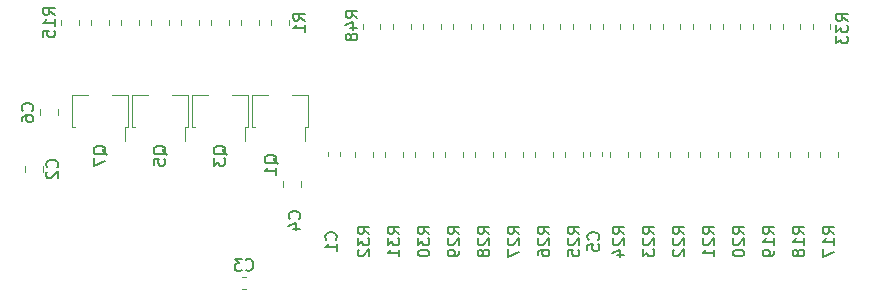
<source format=gbr>
%TF.GenerationSoftware,KiCad,Pcbnew,(7.0.0)*%
%TF.CreationDate,2023-09-21T15:04:23+02:00*%
%TF.ProjectId,hall_sensor_matrix_v2,68616c6c-5f73-4656-9e73-6f725f6d6174,rev?*%
%TF.SameCoordinates,Original*%
%TF.FileFunction,Legend,Bot*%
%TF.FilePolarity,Positive*%
%FSLAX46Y46*%
G04 Gerber Fmt 4.6, Leading zero omitted, Abs format (unit mm)*
G04 Created by KiCad (PCBNEW (7.0.0)) date 2023-09-21 15:04:23*
%MOMM*%
%LPD*%
G01*
G04 APERTURE LIST*
%ADD10C,0.150000*%
%ADD11C,0.120000*%
G04 APERTURE END LIST*
D10*
%TO.C,C1*%
X103430142Y-107148333D02*
X103477761Y-107100714D01*
X103477761Y-107100714D02*
X103525380Y-106957857D01*
X103525380Y-106957857D02*
X103525380Y-106862619D01*
X103525380Y-106862619D02*
X103477761Y-106719762D01*
X103477761Y-106719762D02*
X103382523Y-106624524D01*
X103382523Y-106624524D02*
X103287285Y-106576905D01*
X103287285Y-106576905D02*
X103096809Y-106529286D01*
X103096809Y-106529286D02*
X102953952Y-106529286D01*
X102953952Y-106529286D02*
X102763476Y-106576905D01*
X102763476Y-106576905D02*
X102668238Y-106624524D01*
X102668238Y-106624524D02*
X102573000Y-106719762D01*
X102573000Y-106719762D02*
X102525380Y-106862619D01*
X102525380Y-106862619D02*
X102525380Y-106957857D01*
X102525380Y-106957857D02*
X102573000Y-107100714D01*
X102573000Y-107100714D02*
X102620619Y-107148333D01*
X103525380Y-108100714D02*
X103525380Y-107529286D01*
X103525380Y-107815000D02*
X102525380Y-107815000D01*
X102525380Y-107815000D02*
X102668238Y-107719762D01*
X102668238Y-107719762D02*
X102763476Y-107624524D01*
X102763476Y-107624524D02*
X102811095Y-107529286D01*
%TO.C,R20*%
X138035380Y-106672142D02*
X137559190Y-106338809D01*
X138035380Y-106100714D02*
X137035380Y-106100714D01*
X137035380Y-106100714D02*
X137035380Y-106481666D01*
X137035380Y-106481666D02*
X137083000Y-106576904D01*
X137083000Y-106576904D02*
X137130619Y-106624523D01*
X137130619Y-106624523D02*
X137225857Y-106672142D01*
X137225857Y-106672142D02*
X137368714Y-106672142D01*
X137368714Y-106672142D02*
X137463952Y-106624523D01*
X137463952Y-106624523D02*
X137511571Y-106576904D01*
X137511571Y-106576904D02*
X137559190Y-106481666D01*
X137559190Y-106481666D02*
X137559190Y-106100714D01*
X137130619Y-107053095D02*
X137083000Y-107100714D01*
X137083000Y-107100714D02*
X137035380Y-107195952D01*
X137035380Y-107195952D02*
X137035380Y-107434047D01*
X137035380Y-107434047D02*
X137083000Y-107529285D01*
X137083000Y-107529285D02*
X137130619Y-107576904D01*
X137130619Y-107576904D02*
X137225857Y-107624523D01*
X137225857Y-107624523D02*
X137321095Y-107624523D01*
X137321095Y-107624523D02*
X137463952Y-107576904D01*
X137463952Y-107576904D02*
X138035380Y-107005476D01*
X138035380Y-107005476D02*
X138035380Y-107624523D01*
X137035380Y-108243571D02*
X137035380Y-108338809D01*
X137035380Y-108338809D02*
X137083000Y-108434047D01*
X137083000Y-108434047D02*
X137130619Y-108481666D01*
X137130619Y-108481666D02*
X137225857Y-108529285D01*
X137225857Y-108529285D02*
X137416333Y-108576904D01*
X137416333Y-108576904D02*
X137654428Y-108576904D01*
X137654428Y-108576904D02*
X137844904Y-108529285D01*
X137844904Y-108529285D02*
X137940142Y-108481666D01*
X137940142Y-108481666D02*
X137987761Y-108434047D01*
X137987761Y-108434047D02*
X138035380Y-108338809D01*
X138035380Y-108338809D02*
X138035380Y-108243571D01*
X138035380Y-108243571D02*
X137987761Y-108148333D01*
X137987761Y-108148333D02*
X137940142Y-108100714D01*
X137940142Y-108100714D02*
X137844904Y-108053095D01*
X137844904Y-108053095D02*
X137654428Y-108005476D01*
X137654428Y-108005476D02*
X137416333Y-108005476D01*
X137416333Y-108005476D02*
X137225857Y-108053095D01*
X137225857Y-108053095D02*
X137130619Y-108100714D01*
X137130619Y-108100714D02*
X137083000Y-108148333D01*
X137083000Y-108148333D02*
X137035380Y-108243571D01*
%TO.C,C2*%
X79832142Y-101023333D02*
X79879761Y-100975714D01*
X79879761Y-100975714D02*
X79927380Y-100832857D01*
X79927380Y-100832857D02*
X79927380Y-100737619D01*
X79927380Y-100737619D02*
X79879761Y-100594762D01*
X79879761Y-100594762D02*
X79784523Y-100499524D01*
X79784523Y-100499524D02*
X79689285Y-100451905D01*
X79689285Y-100451905D02*
X79498809Y-100404286D01*
X79498809Y-100404286D02*
X79355952Y-100404286D01*
X79355952Y-100404286D02*
X79165476Y-100451905D01*
X79165476Y-100451905D02*
X79070238Y-100499524D01*
X79070238Y-100499524D02*
X78975000Y-100594762D01*
X78975000Y-100594762D02*
X78927380Y-100737619D01*
X78927380Y-100737619D02*
X78927380Y-100832857D01*
X78927380Y-100832857D02*
X78975000Y-100975714D01*
X78975000Y-100975714D02*
X79022619Y-101023333D01*
X79022619Y-101404286D02*
X78975000Y-101451905D01*
X78975000Y-101451905D02*
X78927380Y-101547143D01*
X78927380Y-101547143D02*
X78927380Y-101785238D01*
X78927380Y-101785238D02*
X78975000Y-101880476D01*
X78975000Y-101880476D02*
X79022619Y-101928095D01*
X79022619Y-101928095D02*
X79117857Y-101975714D01*
X79117857Y-101975714D02*
X79213095Y-101975714D01*
X79213095Y-101975714D02*
X79355952Y-101928095D01*
X79355952Y-101928095D02*
X79927380Y-101356667D01*
X79927380Y-101356667D02*
X79927380Y-101975714D01*
%TO.C,R29*%
X113905380Y-106672142D02*
X113429190Y-106338809D01*
X113905380Y-106100714D02*
X112905380Y-106100714D01*
X112905380Y-106100714D02*
X112905380Y-106481666D01*
X112905380Y-106481666D02*
X112953000Y-106576904D01*
X112953000Y-106576904D02*
X113000619Y-106624523D01*
X113000619Y-106624523D02*
X113095857Y-106672142D01*
X113095857Y-106672142D02*
X113238714Y-106672142D01*
X113238714Y-106672142D02*
X113333952Y-106624523D01*
X113333952Y-106624523D02*
X113381571Y-106576904D01*
X113381571Y-106576904D02*
X113429190Y-106481666D01*
X113429190Y-106481666D02*
X113429190Y-106100714D01*
X113000619Y-107053095D02*
X112953000Y-107100714D01*
X112953000Y-107100714D02*
X112905380Y-107195952D01*
X112905380Y-107195952D02*
X112905380Y-107434047D01*
X112905380Y-107434047D02*
X112953000Y-107529285D01*
X112953000Y-107529285D02*
X113000619Y-107576904D01*
X113000619Y-107576904D02*
X113095857Y-107624523D01*
X113095857Y-107624523D02*
X113191095Y-107624523D01*
X113191095Y-107624523D02*
X113333952Y-107576904D01*
X113333952Y-107576904D02*
X113905380Y-107005476D01*
X113905380Y-107005476D02*
X113905380Y-107624523D01*
X113905380Y-108100714D02*
X113905380Y-108291190D01*
X113905380Y-108291190D02*
X113857761Y-108386428D01*
X113857761Y-108386428D02*
X113810142Y-108434047D01*
X113810142Y-108434047D02*
X113667285Y-108529285D01*
X113667285Y-108529285D02*
X113476809Y-108576904D01*
X113476809Y-108576904D02*
X113095857Y-108576904D01*
X113095857Y-108576904D02*
X113000619Y-108529285D01*
X113000619Y-108529285D02*
X112953000Y-108481666D01*
X112953000Y-108481666D02*
X112905380Y-108386428D01*
X112905380Y-108386428D02*
X112905380Y-108195952D01*
X112905380Y-108195952D02*
X112953000Y-108100714D01*
X112953000Y-108100714D02*
X113000619Y-108053095D01*
X113000619Y-108053095D02*
X113095857Y-108005476D01*
X113095857Y-108005476D02*
X113333952Y-108005476D01*
X113333952Y-108005476D02*
X113429190Y-108053095D01*
X113429190Y-108053095D02*
X113476809Y-108100714D01*
X113476809Y-108100714D02*
X113524428Y-108195952D01*
X113524428Y-108195952D02*
X113524428Y-108386428D01*
X113524428Y-108386428D02*
X113476809Y-108481666D01*
X113476809Y-108481666D02*
X113429190Y-108529285D01*
X113429190Y-108529285D02*
X113333952Y-108576904D01*
%TO.C,R48*%
X105269380Y-88384142D02*
X104793190Y-88050809D01*
X105269380Y-87812714D02*
X104269380Y-87812714D01*
X104269380Y-87812714D02*
X104269380Y-88193666D01*
X104269380Y-88193666D02*
X104317000Y-88288904D01*
X104317000Y-88288904D02*
X104364619Y-88336523D01*
X104364619Y-88336523D02*
X104459857Y-88384142D01*
X104459857Y-88384142D02*
X104602714Y-88384142D01*
X104602714Y-88384142D02*
X104697952Y-88336523D01*
X104697952Y-88336523D02*
X104745571Y-88288904D01*
X104745571Y-88288904D02*
X104793190Y-88193666D01*
X104793190Y-88193666D02*
X104793190Y-87812714D01*
X104602714Y-89241285D02*
X105269380Y-89241285D01*
X104221761Y-89003190D02*
X104936047Y-88765095D01*
X104936047Y-88765095D02*
X104936047Y-89384142D01*
X104697952Y-89907952D02*
X104650333Y-89812714D01*
X104650333Y-89812714D02*
X104602714Y-89765095D01*
X104602714Y-89765095D02*
X104507476Y-89717476D01*
X104507476Y-89717476D02*
X104459857Y-89717476D01*
X104459857Y-89717476D02*
X104364619Y-89765095D01*
X104364619Y-89765095D02*
X104317000Y-89812714D01*
X104317000Y-89812714D02*
X104269380Y-89907952D01*
X104269380Y-89907952D02*
X104269380Y-90098428D01*
X104269380Y-90098428D02*
X104317000Y-90193666D01*
X104317000Y-90193666D02*
X104364619Y-90241285D01*
X104364619Y-90241285D02*
X104459857Y-90288904D01*
X104459857Y-90288904D02*
X104507476Y-90288904D01*
X104507476Y-90288904D02*
X104602714Y-90241285D01*
X104602714Y-90241285D02*
X104650333Y-90193666D01*
X104650333Y-90193666D02*
X104697952Y-90098428D01*
X104697952Y-90098428D02*
X104697952Y-89907952D01*
X104697952Y-89907952D02*
X104745571Y-89812714D01*
X104745571Y-89812714D02*
X104793190Y-89765095D01*
X104793190Y-89765095D02*
X104888428Y-89717476D01*
X104888428Y-89717476D02*
X105078904Y-89717476D01*
X105078904Y-89717476D02*
X105174142Y-89765095D01*
X105174142Y-89765095D02*
X105221761Y-89812714D01*
X105221761Y-89812714D02*
X105269380Y-89907952D01*
X105269380Y-89907952D02*
X105269380Y-90098428D01*
X105269380Y-90098428D02*
X105221761Y-90193666D01*
X105221761Y-90193666D02*
X105174142Y-90241285D01*
X105174142Y-90241285D02*
X105078904Y-90288904D01*
X105078904Y-90288904D02*
X104888428Y-90288904D01*
X104888428Y-90288904D02*
X104793190Y-90241285D01*
X104793190Y-90241285D02*
X104745571Y-90193666D01*
X104745571Y-90193666D02*
X104697952Y-90098428D01*
%TO.C,R33*%
X146798380Y-88638142D02*
X146322190Y-88304809D01*
X146798380Y-88066714D02*
X145798380Y-88066714D01*
X145798380Y-88066714D02*
X145798380Y-88447666D01*
X145798380Y-88447666D02*
X145846000Y-88542904D01*
X145846000Y-88542904D02*
X145893619Y-88590523D01*
X145893619Y-88590523D02*
X145988857Y-88638142D01*
X145988857Y-88638142D02*
X146131714Y-88638142D01*
X146131714Y-88638142D02*
X146226952Y-88590523D01*
X146226952Y-88590523D02*
X146274571Y-88542904D01*
X146274571Y-88542904D02*
X146322190Y-88447666D01*
X146322190Y-88447666D02*
X146322190Y-88066714D01*
X145798380Y-88971476D02*
X145798380Y-89590523D01*
X145798380Y-89590523D02*
X146179333Y-89257190D01*
X146179333Y-89257190D02*
X146179333Y-89400047D01*
X146179333Y-89400047D02*
X146226952Y-89495285D01*
X146226952Y-89495285D02*
X146274571Y-89542904D01*
X146274571Y-89542904D02*
X146369809Y-89590523D01*
X146369809Y-89590523D02*
X146607904Y-89590523D01*
X146607904Y-89590523D02*
X146703142Y-89542904D01*
X146703142Y-89542904D02*
X146750761Y-89495285D01*
X146750761Y-89495285D02*
X146798380Y-89400047D01*
X146798380Y-89400047D02*
X146798380Y-89114333D01*
X146798380Y-89114333D02*
X146750761Y-89019095D01*
X146750761Y-89019095D02*
X146703142Y-88971476D01*
X145798380Y-89923857D02*
X145798380Y-90542904D01*
X145798380Y-90542904D02*
X146179333Y-90209571D01*
X146179333Y-90209571D02*
X146179333Y-90352428D01*
X146179333Y-90352428D02*
X146226952Y-90447666D01*
X146226952Y-90447666D02*
X146274571Y-90495285D01*
X146274571Y-90495285D02*
X146369809Y-90542904D01*
X146369809Y-90542904D02*
X146607904Y-90542904D01*
X146607904Y-90542904D02*
X146703142Y-90495285D01*
X146703142Y-90495285D02*
X146750761Y-90447666D01*
X146750761Y-90447666D02*
X146798380Y-90352428D01*
X146798380Y-90352428D02*
X146798380Y-90066714D01*
X146798380Y-90066714D02*
X146750761Y-89971476D01*
X146750761Y-89971476D02*
X146703142Y-89923857D01*
%TO.C,R18*%
X143115380Y-106672142D02*
X142639190Y-106338809D01*
X143115380Y-106100714D02*
X142115380Y-106100714D01*
X142115380Y-106100714D02*
X142115380Y-106481666D01*
X142115380Y-106481666D02*
X142163000Y-106576904D01*
X142163000Y-106576904D02*
X142210619Y-106624523D01*
X142210619Y-106624523D02*
X142305857Y-106672142D01*
X142305857Y-106672142D02*
X142448714Y-106672142D01*
X142448714Y-106672142D02*
X142543952Y-106624523D01*
X142543952Y-106624523D02*
X142591571Y-106576904D01*
X142591571Y-106576904D02*
X142639190Y-106481666D01*
X142639190Y-106481666D02*
X142639190Y-106100714D01*
X143115380Y-107624523D02*
X143115380Y-107053095D01*
X143115380Y-107338809D02*
X142115380Y-107338809D01*
X142115380Y-107338809D02*
X142258238Y-107243571D01*
X142258238Y-107243571D02*
X142353476Y-107148333D01*
X142353476Y-107148333D02*
X142401095Y-107053095D01*
X142543952Y-108195952D02*
X142496333Y-108100714D01*
X142496333Y-108100714D02*
X142448714Y-108053095D01*
X142448714Y-108053095D02*
X142353476Y-108005476D01*
X142353476Y-108005476D02*
X142305857Y-108005476D01*
X142305857Y-108005476D02*
X142210619Y-108053095D01*
X142210619Y-108053095D02*
X142163000Y-108100714D01*
X142163000Y-108100714D02*
X142115380Y-108195952D01*
X142115380Y-108195952D02*
X142115380Y-108386428D01*
X142115380Y-108386428D02*
X142163000Y-108481666D01*
X142163000Y-108481666D02*
X142210619Y-108529285D01*
X142210619Y-108529285D02*
X142305857Y-108576904D01*
X142305857Y-108576904D02*
X142353476Y-108576904D01*
X142353476Y-108576904D02*
X142448714Y-108529285D01*
X142448714Y-108529285D02*
X142496333Y-108481666D01*
X142496333Y-108481666D02*
X142543952Y-108386428D01*
X142543952Y-108386428D02*
X142543952Y-108195952D01*
X142543952Y-108195952D02*
X142591571Y-108100714D01*
X142591571Y-108100714D02*
X142639190Y-108053095D01*
X142639190Y-108053095D02*
X142734428Y-108005476D01*
X142734428Y-108005476D02*
X142924904Y-108005476D01*
X142924904Y-108005476D02*
X143020142Y-108053095D01*
X143020142Y-108053095D02*
X143067761Y-108100714D01*
X143067761Y-108100714D02*
X143115380Y-108195952D01*
X143115380Y-108195952D02*
X143115380Y-108386428D01*
X143115380Y-108386428D02*
X143067761Y-108481666D01*
X143067761Y-108481666D02*
X143020142Y-108529285D01*
X143020142Y-108529285D02*
X142924904Y-108576904D01*
X142924904Y-108576904D02*
X142734428Y-108576904D01*
X142734428Y-108576904D02*
X142639190Y-108529285D01*
X142639190Y-108529285D02*
X142591571Y-108481666D01*
X142591571Y-108481666D02*
X142543952Y-108386428D01*
%TO.C,R24*%
X127875380Y-106672142D02*
X127399190Y-106338809D01*
X127875380Y-106100714D02*
X126875380Y-106100714D01*
X126875380Y-106100714D02*
X126875380Y-106481666D01*
X126875380Y-106481666D02*
X126923000Y-106576904D01*
X126923000Y-106576904D02*
X126970619Y-106624523D01*
X126970619Y-106624523D02*
X127065857Y-106672142D01*
X127065857Y-106672142D02*
X127208714Y-106672142D01*
X127208714Y-106672142D02*
X127303952Y-106624523D01*
X127303952Y-106624523D02*
X127351571Y-106576904D01*
X127351571Y-106576904D02*
X127399190Y-106481666D01*
X127399190Y-106481666D02*
X127399190Y-106100714D01*
X126970619Y-107053095D02*
X126923000Y-107100714D01*
X126923000Y-107100714D02*
X126875380Y-107195952D01*
X126875380Y-107195952D02*
X126875380Y-107434047D01*
X126875380Y-107434047D02*
X126923000Y-107529285D01*
X126923000Y-107529285D02*
X126970619Y-107576904D01*
X126970619Y-107576904D02*
X127065857Y-107624523D01*
X127065857Y-107624523D02*
X127161095Y-107624523D01*
X127161095Y-107624523D02*
X127303952Y-107576904D01*
X127303952Y-107576904D02*
X127875380Y-107005476D01*
X127875380Y-107005476D02*
X127875380Y-107624523D01*
X127208714Y-108481666D02*
X127875380Y-108481666D01*
X126827761Y-108243571D02*
X127542047Y-108005476D01*
X127542047Y-108005476D02*
X127542047Y-108624523D01*
%TO.C,R22*%
X132955380Y-106672142D02*
X132479190Y-106338809D01*
X132955380Y-106100714D02*
X131955380Y-106100714D01*
X131955380Y-106100714D02*
X131955380Y-106481666D01*
X131955380Y-106481666D02*
X132003000Y-106576904D01*
X132003000Y-106576904D02*
X132050619Y-106624523D01*
X132050619Y-106624523D02*
X132145857Y-106672142D01*
X132145857Y-106672142D02*
X132288714Y-106672142D01*
X132288714Y-106672142D02*
X132383952Y-106624523D01*
X132383952Y-106624523D02*
X132431571Y-106576904D01*
X132431571Y-106576904D02*
X132479190Y-106481666D01*
X132479190Y-106481666D02*
X132479190Y-106100714D01*
X132050619Y-107053095D02*
X132003000Y-107100714D01*
X132003000Y-107100714D02*
X131955380Y-107195952D01*
X131955380Y-107195952D02*
X131955380Y-107434047D01*
X131955380Y-107434047D02*
X132003000Y-107529285D01*
X132003000Y-107529285D02*
X132050619Y-107576904D01*
X132050619Y-107576904D02*
X132145857Y-107624523D01*
X132145857Y-107624523D02*
X132241095Y-107624523D01*
X132241095Y-107624523D02*
X132383952Y-107576904D01*
X132383952Y-107576904D02*
X132955380Y-107005476D01*
X132955380Y-107005476D02*
X132955380Y-107624523D01*
X132050619Y-108005476D02*
X132003000Y-108053095D01*
X132003000Y-108053095D02*
X131955380Y-108148333D01*
X131955380Y-108148333D02*
X131955380Y-108386428D01*
X131955380Y-108386428D02*
X132003000Y-108481666D01*
X132003000Y-108481666D02*
X132050619Y-108529285D01*
X132050619Y-108529285D02*
X132145857Y-108576904D01*
X132145857Y-108576904D02*
X132241095Y-108576904D01*
X132241095Y-108576904D02*
X132383952Y-108529285D01*
X132383952Y-108529285D02*
X132955380Y-107957857D01*
X132955380Y-107957857D02*
X132955380Y-108576904D01*
%TO.C,C5*%
X125655142Y-107148333D02*
X125702761Y-107100714D01*
X125702761Y-107100714D02*
X125750380Y-106957857D01*
X125750380Y-106957857D02*
X125750380Y-106862619D01*
X125750380Y-106862619D02*
X125702761Y-106719762D01*
X125702761Y-106719762D02*
X125607523Y-106624524D01*
X125607523Y-106624524D02*
X125512285Y-106576905D01*
X125512285Y-106576905D02*
X125321809Y-106529286D01*
X125321809Y-106529286D02*
X125178952Y-106529286D01*
X125178952Y-106529286D02*
X124988476Y-106576905D01*
X124988476Y-106576905D02*
X124893238Y-106624524D01*
X124893238Y-106624524D02*
X124798000Y-106719762D01*
X124798000Y-106719762D02*
X124750380Y-106862619D01*
X124750380Y-106862619D02*
X124750380Y-106957857D01*
X124750380Y-106957857D02*
X124798000Y-107100714D01*
X124798000Y-107100714D02*
X124845619Y-107148333D01*
X124750380Y-108053095D02*
X124750380Y-107576905D01*
X124750380Y-107576905D02*
X125226571Y-107529286D01*
X125226571Y-107529286D02*
X125178952Y-107576905D01*
X125178952Y-107576905D02*
X125131333Y-107672143D01*
X125131333Y-107672143D02*
X125131333Y-107910238D01*
X125131333Y-107910238D02*
X125178952Y-108005476D01*
X125178952Y-108005476D02*
X125226571Y-108053095D01*
X125226571Y-108053095D02*
X125321809Y-108100714D01*
X125321809Y-108100714D02*
X125559904Y-108100714D01*
X125559904Y-108100714D02*
X125655142Y-108053095D01*
X125655142Y-108053095D02*
X125702761Y-108005476D01*
X125702761Y-108005476D02*
X125750380Y-107910238D01*
X125750380Y-107910238D02*
X125750380Y-107672143D01*
X125750380Y-107672143D02*
X125702761Y-107576905D01*
X125702761Y-107576905D02*
X125655142Y-107529286D01*
%TO.C,R25*%
X124065380Y-106672142D02*
X123589190Y-106338809D01*
X124065380Y-106100714D02*
X123065380Y-106100714D01*
X123065380Y-106100714D02*
X123065380Y-106481666D01*
X123065380Y-106481666D02*
X123113000Y-106576904D01*
X123113000Y-106576904D02*
X123160619Y-106624523D01*
X123160619Y-106624523D02*
X123255857Y-106672142D01*
X123255857Y-106672142D02*
X123398714Y-106672142D01*
X123398714Y-106672142D02*
X123493952Y-106624523D01*
X123493952Y-106624523D02*
X123541571Y-106576904D01*
X123541571Y-106576904D02*
X123589190Y-106481666D01*
X123589190Y-106481666D02*
X123589190Y-106100714D01*
X123160619Y-107053095D02*
X123113000Y-107100714D01*
X123113000Y-107100714D02*
X123065380Y-107195952D01*
X123065380Y-107195952D02*
X123065380Y-107434047D01*
X123065380Y-107434047D02*
X123113000Y-107529285D01*
X123113000Y-107529285D02*
X123160619Y-107576904D01*
X123160619Y-107576904D02*
X123255857Y-107624523D01*
X123255857Y-107624523D02*
X123351095Y-107624523D01*
X123351095Y-107624523D02*
X123493952Y-107576904D01*
X123493952Y-107576904D02*
X124065380Y-107005476D01*
X124065380Y-107005476D02*
X124065380Y-107624523D01*
X123065380Y-108529285D02*
X123065380Y-108053095D01*
X123065380Y-108053095D02*
X123541571Y-108005476D01*
X123541571Y-108005476D02*
X123493952Y-108053095D01*
X123493952Y-108053095D02*
X123446333Y-108148333D01*
X123446333Y-108148333D02*
X123446333Y-108386428D01*
X123446333Y-108386428D02*
X123493952Y-108481666D01*
X123493952Y-108481666D02*
X123541571Y-108529285D01*
X123541571Y-108529285D02*
X123636809Y-108576904D01*
X123636809Y-108576904D02*
X123874904Y-108576904D01*
X123874904Y-108576904D02*
X123970142Y-108529285D01*
X123970142Y-108529285D02*
X124017761Y-108481666D01*
X124017761Y-108481666D02*
X124065380Y-108386428D01*
X124065380Y-108386428D02*
X124065380Y-108148333D01*
X124065380Y-108148333D02*
X124017761Y-108053095D01*
X124017761Y-108053095D02*
X123970142Y-108005476D01*
%TO.C,R32*%
X106285380Y-106672142D02*
X105809190Y-106338809D01*
X106285380Y-106100714D02*
X105285380Y-106100714D01*
X105285380Y-106100714D02*
X105285380Y-106481666D01*
X105285380Y-106481666D02*
X105333000Y-106576904D01*
X105333000Y-106576904D02*
X105380619Y-106624523D01*
X105380619Y-106624523D02*
X105475857Y-106672142D01*
X105475857Y-106672142D02*
X105618714Y-106672142D01*
X105618714Y-106672142D02*
X105713952Y-106624523D01*
X105713952Y-106624523D02*
X105761571Y-106576904D01*
X105761571Y-106576904D02*
X105809190Y-106481666D01*
X105809190Y-106481666D02*
X105809190Y-106100714D01*
X105285380Y-107005476D02*
X105285380Y-107624523D01*
X105285380Y-107624523D02*
X105666333Y-107291190D01*
X105666333Y-107291190D02*
X105666333Y-107434047D01*
X105666333Y-107434047D02*
X105713952Y-107529285D01*
X105713952Y-107529285D02*
X105761571Y-107576904D01*
X105761571Y-107576904D02*
X105856809Y-107624523D01*
X105856809Y-107624523D02*
X106094904Y-107624523D01*
X106094904Y-107624523D02*
X106190142Y-107576904D01*
X106190142Y-107576904D02*
X106237761Y-107529285D01*
X106237761Y-107529285D02*
X106285380Y-107434047D01*
X106285380Y-107434047D02*
X106285380Y-107148333D01*
X106285380Y-107148333D02*
X106237761Y-107053095D01*
X106237761Y-107053095D02*
X106190142Y-107005476D01*
X105380619Y-108005476D02*
X105333000Y-108053095D01*
X105333000Y-108053095D02*
X105285380Y-108148333D01*
X105285380Y-108148333D02*
X105285380Y-108386428D01*
X105285380Y-108386428D02*
X105333000Y-108481666D01*
X105333000Y-108481666D02*
X105380619Y-108529285D01*
X105380619Y-108529285D02*
X105475857Y-108576904D01*
X105475857Y-108576904D02*
X105571095Y-108576904D01*
X105571095Y-108576904D02*
X105713952Y-108529285D01*
X105713952Y-108529285D02*
X106285380Y-107957857D01*
X106285380Y-107957857D02*
X106285380Y-108576904D01*
%TO.C,R23*%
X130415380Y-106672142D02*
X129939190Y-106338809D01*
X130415380Y-106100714D02*
X129415380Y-106100714D01*
X129415380Y-106100714D02*
X129415380Y-106481666D01*
X129415380Y-106481666D02*
X129463000Y-106576904D01*
X129463000Y-106576904D02*
X129510619Y-106624523D01*
X129510619Y-106624523D02*
X129605857Y-106672142D01*
X129605857Y-106672142D02*
X129748714Y-106672142D01*
X129748714Y-106672142D02*
X129843952Y-106624523D01*
X129843952Y-106624523D02*
X129891571Y-106576904D01*
X129891571Y-106576904D02*
X129939190Y-106481666D01*
X129939190Y-106481666D02*
X129939190Y-106100714D01*
X129510619Y-107053095D02*
X129463000Y-107100714D01*
X129463000Y-107100714D02*
X129415380Y-107195952D01*
X129415380Y-107195952D02*
X129415380Y-107434047D01*
X129415380Y-107434047D02*
X129463000Y-107529285D01*
X129463000Y-107529285D02*
X129510619Y-107576904D01*
X129510619Y-107576904D02*
X129605857Y-107624523D01*
X129605857Y-107624523D02*
X129701095Y-107624523D01*
X129701095Y-107624523D02*
X129843952Y-107576904D01*
X129843952Y-107576904D02*
X130415380Y-107005476D01*
X130415380Y-107005476D02*
X130415380Y-107624523D01*
X129415380Y-107957857D02*
X129415380Y-108576904D01*
X129415380Y-108576904D02*
X129796333Y-108243571D01*
X129796333Y-108243571D02*
X129796333Y-108386428D01*
X129796333Y-108386428D02*
X129843952Y-108481666D01*
X129843952Y-108481666D02*
X129891571Y-108529285D01*
X129891571Y-108529285D02*
X129986809Y-108576904D01*
X129986809Y-108576904D02*
X130224904Y-108576904D01*
X130224904Y-108576904D02*
X130320142Y-108529285D01*
X130320142Y-108529285D02*
X130367761Y-108481666D01*
X130367761Y-108481666D02*
X130415380Y-108386428D01*
X130415380Y-108386428D02*
X130415380Y-108100714D01*
X130415380Y-108100714D02*
X130367761Y-108005476D01*
X130367761Y-108005476D02*
X130320142Y-107957857D01*
%TO.C,Q1*%
X98506619Y-100742761D02*
X98459000Y-100647523D01*
X98459000Y-100647523D02*
X98363761Y-100552285D01*
X98363761Y-100552285D02*
X98220904Y-100409428D01*
X98220904Y-100409428D02*
X98173285Y-100314190D01*
X98173285Y-100314190D02*
X98173285Y-100218952D01*
X98411380Y-100266571D02*
X98363761Y-100171333D01*
X98363761Y-100171333D02*
X98268523Y-100076095D01*
X98268523Y-100076095D02*
X98078047Y-100028476D01*
X98078047Y-100028476D02*
X97744714Y-100028476D01*
X97744714Y-100028476D02*
X97554238Y-100076095D01*
X97554238Y-100076095D02*
X97459000Y-100171333D01*
X97459000Y-100171333D02*
X97411380Y-100266571D01*
X97411380Y-100266571D02*
X97411380Y-100457047D01*
X97411380Y-100457047D02*
X97459000Y-100552285D01*
X97459000Y-100552285D02*
X97554238Y-100647523D01*
X97554238Y-100647523D02*
X97744714Y-100695142D01*
X97744714Y-100695142D02*
X98078047Y-100695142D01*
X98078047Y-100695142D02*
X98268523Y-100647523D01*
X98268523Y-100647523D02*
X98363761Y-100552285D01*
X98363761Y-100552285D02*
X98411380Y-100457047D01*
X98411380Y-100457047D02*
X98411380Y-100266571D01*
X98411380Y-101647523D02*
X98411380Y-101076095D01*
X98411380Y-101361809D02*
X97411380Y-101361809D01*
X97411380Y-101361809D02*
X97554238Y-101266571D01*
X97554238Y-101266571D02*
X97649476Y-101171333D01*
X97649476Y-101171333D02*
X97697095Y-101076095D01*
%TO.C,R19*%
X140575380Y-106672142D02*
X140099190Y-106338809D01*
X140575380Y-106100714D02*
X139575380Y-106100714D01*
X139575380Y-106100714D02*
X139575380Y-106481666D01*
X139575380Y-106481666D02*
X139623000Y-106576904D01*
X139623000Y-106576904D02*
X139670619Y-106624523D01*
X139670619Y-106624523D02*
X139765857Y-106672142D01*
X139765857Y-106672142D02*
X139908714Y-106672142D01*
X139908714Y-106672142D02*
X140003952Y-106624523D01*
X140003952Y-106624523D02*
X140051571Y-106576904D01*
X140051571Y-106576904D02*
X140099190Y-106481666D01*
X140099190Y-106481666D02*
X140099190Y-106100714D01*
X140575380Y-107624523D02*
X140575380Y-107053095D01*
X140575380Y-107338809D02*
X139575380Y-107338809D01*
X139575380Y-107338809D02*
X139718238Y-107243571D01*
X139718238Y-107243571D02*
X139813476Y-107148333D01*
X139813476Y-107148333D02*
X139861095Y-107053095D01*
X140575380Y-108100714D02*
X140575380Y-108291190D01*
X140575380Y-108291190D02*
X140527761Y-108386428D01*
X140527761Y-108386428D02*
X140480142Y-108434047D01*
X140480142Y-108434047D02*
X140337285Y-108529285D01*
X140337285Y-108529285D02*
X140146809Y-108576904D01*
X140146809Y-108576904D02*
X139765857Y-108576904D01*
X139765857Y-108576904D02*
X139670619Y-108529285D01*
X139670619Y-108529285D02*
X139623000Y-108481666D01*
X139623000Y-108481666D02*
X139575380Y-108386428D01*
X139575380Y-108386428D02*
X139575380Y-108195952D01*
X139575380Y-108195952D02*
X139623000Y-108100714D01*
X139623000Y-108100714D02*
X139670619Y-108053095D01*
X139670619Y-108053095D02*
X139765857Y-108005476D01*
X139765857Y-108005476D02*
X140003952Y-108005476D01*
X140003952Y-108005476D02*
X140099190Y-108053095D01*
X140099190Y-108053095D02*
X140146809Y-108100714D01*
X140146809Y-108100714D02*
X140194428Y-108195952D01*
X140194428Y-108195952D02*
X140194428Y-108386428D01*
X140194428Y-108386428D02*
X140146809Y-108481666D01*
X140146809Y-108481666D02*
X140099190Y-108529285D01*
X140099190Y-108529285D02*
X140003952Y-108576904D01*
%TO.C,Q3*%
X94188619Y-99980761D02*
X94141000Y-99885523D01*
X94141000Y-99885523D02*
X94045761Y-99790285D01*
X94045761Y-99790285D02*
X93902904Y-99647428D01*
X93902904Y-99647428D02*
X93855285Y-99552190D01*
X93855285Y-99552190D02*
X93855285Y-99456952D01*
X94093380Y-99504571D02*
X94045761Y-99409333D01*
X94045761Y-99409333D02*
X93950523Y-99314095D01*
X93950523Y-99314095D02*
X93760047Y-99266476D01*
X93760047Y-99266476D02*
X93426714Y-99266476D01*
X93426714Y-99266476D02*
X93236238Y-99314095D01*
X93236238Y-99314095D02*
X93141000Y-99409333D01*
X93141000Y-99409333D02*
X93093380Y-99504571D01*
X93093380Y-99504571D02*
X93093380Y-99695047D01*
X93093380Y-99695047D02*
X93141000Y-99790285D01*
X93141000Y-99790285D02*
X93236238Y-99885523D01*
X93236238Y-99885523D02*
X93426714Y-99933142D01*
X93426714Y-99933142D02*
X93760047Y-99933142D01*
X93760047Y-99933142D02*
X93950523Y-99885523D01*
X93950523Y-99885523D02*
X94045761Y-99790285D01*
X94045761Y-99790285D02*
X94093380Y-99695047D01*
X94093380Y-99695047D02*
X94093380Y-99504571D01*
X93093380Y-100266476D02*
X93093380Y-100885523D01*
X93093380Y-100885523D02*
X93474333Y-100552190D01*
X93474333Y-100552190D02*
X93474333Y-100695047D01*
X93474333Y-100695047D02*
X93521952Y-100790285D01*
X93521952Y-100790285D02*
X93569571Y-100837904D01*
X93569571Y-100837904D02*
X93664809Y-100885523D01*
X93664809Y-100885523D02*
X93902904Y-100885523D01*
X93902904Y-100885523D02*
X93998142Y-100837904D01*
X93998142Y-100837904D02*
X94045761Y-100790285D01*
X94045761Y-100790285D02*
X94093380Y-100695047D01*
X94093380Y-100695047D02*
X94093380Y-100409333D01*
X94093380Y-100409333D02*
X94045761Y-100314095D01*
X94045761Y-100314095D02*
X93998142Y-100266476D01*
%TO.C,R27*%
X118985380Y-106672142D02*
X118509190Y-106338809D01*
X118985380Y-106100714D02*
X117985380Y-106100714D01*
X117985380Y-106100714D02*
X117985380Y-106481666D01*
X117985380Y-106481666D02*
X118033000Y-106576904D01*
X118033000Y-106576904D02*
X118080619Y-106624523D01*
X118080619Y-106624523D02*
X118175857Y-106672142D01*
X118175857Y-106672142D02*
X118318714Y-106672142D01*
X118318714Y-106672142D02*
X118413952Y-106624523D01*
X118413952Y-106624523D02*
X118461571Y-106576904D01*
X118461571Y-106576904D02*
X118509190Y-106481666D01*
X118509190Y-106481666D02*
X118509190Y-106100714D01*
X118080619Y-107053095D02*
X118033000Y-107100714D01*
X118033000Y-107100714D02*
X117985380Y-107195952D01*
X117985380Y-107195952D02*
X117985380Y-107434047D01*
X117985380Y-107434047D02*
X118033000Y-107529285D01*
X118033000Y-107529285D02*
X118080619Y-107576904D01*
X118080619Y-107576904D02*
X118175857Y-107624523D01*
X118175857Y-107624523D02*
X118271095Y-107624523D01*
X118271095Y-107624523D02*
X118413952Y-107576904D01*
X118413952Y-107576904D02*
X118985380Y-107005476D01*
X118985380Y-107005476D02*
X118985380Y-107624523D01*
X117985380Y-107957857D02*
X117985380Y-108624523D01*
X117985380Y-108624523D02*
X118985380Y-108195952D01*
%TO.C,R31*%
X108825380Y-106672142D02*
X108349190Y-106338809D01*
X108825380Y-106100714D02*
X107825380Y-106100714D01*
X107825380Y-106100714D02*
X107825380Y-106481666D01*
X107825380Y-106481666D02*
X107873000Y-106576904D01*
X107873000Y-106576904D02*
X107920619Y-106624523D01*
X107920619Y-106624523D02*
X108015857Y-106672142D01*
X108015857Y-106672142D02*
X108158714Y-106672142D01*
X108158714Y-106672142D02*
X108253952Y-106624523D01*
X108253952Y-106624523D02*
X108301571Y-106576904D01*
X108301571Y-106576904D02*
X108349190Y-106481666D01*
X108349190Y-106481666D02*
X108349190Y-106100714D01*
X107825380Y-107005476D02*
X107825380Y-107624523D01*
X107825380Y-107624523D02*
X108206333Y-107291190D01*
X108206333Y-107291190D02*
X108206333Y-107434047D01*
X108206333Y-107434047D02*
X108253952Y-107529285D01*
X108253952Y-107529285D02*
X108301571Y-107576904D01*
X108301571Y-107576904D02*
X108396809Y-107624523D01*
X108396809Y-107624523D02*
X108634904Y-107624523D01*
X108634904Y-107624523D02*
X108730142Y-107576904D01*
X108730142Y-107576904D02*
X108777761Y-107529285D01*
X108777761Y-107529285D02*
X108825380Y-107434047D01*
X108825380Y-107434047D02*
X108825380Y-107148333D01*
X108825380Y-107148333D02*
X108777761Y-107053095D01*
X108777761Y-107053095D02*
X108730142Y-107005476D01*
X108825380Y-108576904D02*
X108825380Y-108005476D01*
X108825380Y-108291190D02*
X107825380Y-108291190D01*
X107825380Y-108291190D02*
X107968238Y-108195952D01*
X107968238Y-108195952D02*
X108063476Y-108100714D01*
X108063476Y-108100714D02*
X108111095Y-108005476D01*
%TO.C,C4*%
X100348142Y-105370333D02*
X100395761Y-105322714D01*
X100395761Y-105322714D02*
X100443380Y-105179857D01*
X100443380Y-105179857D02*
X100443380Y-105084619D01*
X100443380Y-105084619D02*
X100395761Y-104941762D01*
X100395761Y-104941762D02*
X100300523Y-104846524D01*
X100300523Y-104846524D02*
X100205285Y-104798905D01*
X100205285Y-104798905D02*
X100014809Y-104751286D01*
X100014809Y-104751286D02*
X99871952Y-104751286D01*
X99871952Y-104751286D02*
X99681476Y-104798905D01*
X99681476Y-104798905D02*
X99586238Y-104846524D01*
X99586238Y-104846524D02*
X99491000Y-104941762D01*
X99491000Y-104941762D02*
X99443380Y-105084619D01*
X99443380Y-105084619D02*
X99443380Y-105179857D01*
X99443380Y-105179857D02*
X99491000Y-105322714D01*
X99491000Y-105322714D02*
X99538619Y-105370333D01*
X99776714Y-106227476D02*
X100443380Y-106227476D01*
X99395761Y-105989381D02*
X100110047Y-105751286D01*
X100110047Y-105751286D02*
X100110047Y-106370333D01*
%TO.C,R17*%
X145655380Y-106672142D02*
X145179190Y-106338809D01*
X145655380Y-106100714D02*
X144655380Y-106100714D01*
X144655380Y-106100714D02*
X144655380Y-106481666D01*
X144655380Y-106481666D02*
X144703000Y-106576904D01*
X144703000Y-106576904D02*
X144750619Y-106624523D01*
X144750619Y-106624523D02*
X144845857Y-106672142D01*
X144845857Y-106672142D02*
X144988714Y-106672142D01*
X144988714Y-106672142D02*
X145083952Y-106624523D01*
X145083952Y-106624523D02*
X145131571Y-106576904D01*
X145131571Y-106576904D02*
X145179190Y-106481666D01*
X145179190Y-106481666D02*
X145179190Y-106100714D01*
X145655380Y-107624523D02*
X145655380Y-107053095D01*
X145655380Y-107338809D02*
X144655380Y-107338809D01*
X144655380Y-107338809D02*
X144798238Y-107243571D01*
X144798238Y-107243571D02*
X144893476Y-107148333D01*
X144893476Y-107148333D02*
X144941095Y-107053095D01*
X144655380Y-107957857D02*
X144655380Y-108624523D01*
X144655380Y-108624523D02*
X145655380Y-108195952D01*
%TO.C,R1*%
X100824380Y-88606333D02*
X100348190Y-88273000D01*
X100824380Y-88034905D02*
X99824380Y-88034905D01*
X99824380Y-88034905D02*
X99824380Y-88415857D01*
X99824380Y-88415857D02*
X99872000Y-88511095D01*
X99872000Y-88511095D02*
X99919619Y-88558714D01*
X99919619Y-88558714D02*
X100014857Y-88606333D01*
X100014857Y-88606333D02*
X100157714Y-88606333D01*
X100157714Y-88606333D02*
X100252952Y-88558714D01*
X100252952Y-88558714D02*
X100300571Y-88511095D01*
X100300571Y-88511095D02*
X100348190Y-88415857D01*
X100348190Y-88415857D02*
X100348190Y-88034905D01*
X100824380Y-89558714D02*
X100824380Y-88987286D01*
X100824380Y-89273000D02*
X99824380Y-89273000D01*
X99824380Y-89273000D02*
X99967238Y-89177762D01*
X99967238Y-89177762D02*
X100062476Y-89082524D01*
X100062476Y-89082524D02*
X100110095Y-88987286D01*
%TO.C,Q7*%
X84028619Y-99980761D02*
X83981000Y-99885523D01*
X83981000Y-99885523D02*
X83885761Y-99790285D01*
X83885761Y-99790285D02*
X83742904Y-99647428D01*
X83742904Y-99647428D02*
X83695285Y-99552190D01*
X83695285Y-99552190D02*
X83695285Y-99456952D01*
X83933380Y-99504571D02*
X83885761Y-99409333D01*
X83885761Y-99409333D02*
X83790523Y-99314095D01*
X83790523Y-99314095D02*
X83600047Y-99266476D01*
X83600047Y-99266476D02*
X83266714Y-99266476D01*
X83266714Y-99266476D02*
X83076238Y-99314095D01*
X83076238Y-99314095D02*
X82981000Y-99409333D01*
X82981000Y-99409333D02*
X82933380Y-99504571D01*
X82933380Y-99504571D02*
X82933380Y-99695047D01*
X82933380Y-99695047D02*
X82981000Y-99790285D01*
X82981000Y-99790285D02*
X83076238Y-99885523D01*
X83076238Y-99885523D02*
X83266714Y-99933142D01*
X83266714Y-99933142D02*
X83600047Y-99933142D01*
X83600047Y-99933142D02*
X83790523Y-99885523D01*
X83790523Y-99885523D02*
X83885761Y-99790285D01*
X83885761Y-99790285D02*
X83933380Y-99695047D01*
X83933380Y-99695047D02*
X83933380Y-99504571D01*
X82933380Y-100266476D02*
X82933380Y-100933142D01*
X82933380Y-100933142D02*
X83933380Y-100504571D01*
%TO.C,R30*%
X111365380Y-106672142D02*
X110889190Y-106338809D01*
X111365380Y-106100714D02*
X110365380Y-106100714D01*
X110365380Y-106100714D02*
X110365380Y-106481666D01*
X110365380Y-106481666D02*
X110413000Y-106576904D01*
X110413000Y-106576904D02*
X110460619Y-106624523D01*
X110460619Y-106624523D02*
X110555857Y-106672142D01*
X110555857Y-106672142D02*
X110698714Y-106672142D01*
X110698714Y-106672142D02*
X110793952Y-106624523D01*
X110793952Y-106624523D02*
X110841571Y-106576904D01*
X110841571Y-106576904D02*
X110889190Y-106481666D01*
X110889190Y-106481666D02*
X110889190Y-106100714D01*
X110365380Y-107005476D02*
X110365380Y-107624523D01*
X110365380Y-107624523D02*
X110746333Y-107291190D01*
X110746333Y-107291190D02*
X110746333Y-107434047D01*
X110746333Y-107434047D02*
X110793952Y-107529285D01*
X110793952Y-107529285D02*
X110841571Y-107576904D01*
X110841571Y-107576904D02*
X110936809Y-107624523D01*
X110936809Y-107624523D02*
X111174904Y-107624523D01*
X111174904Y-107624523D02*
X111270142Y-107576904D01*
X111270142Y-107576904D02*
X111317761Y-107529285D01*
X111317761Y-107529285D02*
X111365380Y-107434047D01*
X111365380Y-107434047D02*
X111365380Y-107148333D01*
X111365380Y-107148333D02*
X111317761Y-107053095D01*
X111317761Y-107053095D02*
X111270142Y-107005476D01*
X110365380Y-108243571D02*
X110365380Y-108338809D01*
X110365380Y-108338809D02*
X110413000Y-108434047D01*
X110413000Y-108434047D02*
X110460619Y-108481666D01*
X110460619Y-108481666D02*
X110555857Y-108529285D01*
X110555857Y-108529285D02*
X110746333Y-108576904D01*
X110746333Y-108576904D02*
X110984428Y-108576904D01*
X110984428Y-108576904D02*
X111174904Y-108529285D01*
X111174904Y-108529285D02*
X111270142Y-108481666D01*
X111270142Y-108481666D02*
X111317761Y-108434047D01*
X111317761Y-108434047D02*
X111365380Y-108338809D01*
X111365380Y-108338809D02*
X111365380Y-108243571D01*
X111365380Y-108243571D02*
X111317761Y-108148333D01*
X111317761Y-108148333D02*
X111270142Y-108100714D01*
X111270142Y-108100714D02*
X111174904Y-108053095D01*
X111174904Y-108053095D02*
X110984428Y-108005476D01*
X110984428Y-108005476D02*
X110746333Y-108005476D01*
X110746333Y-108005476D02*
X110555857Y-108053095D01*
X110555857Y-108053095D02*
X110460619Y-108100714D01*
X110460619Y-108100714D02*
X110413000Y-108148333D01*
X110413000Y-108148333D02*
X110365380Y-108243571D01*
%TO.C,R26*%
X121525380Y-106672142D02*
X121049190Y-106338809D01*
X121525380Y-106100714D02*
X120525380Y-106100714D01*
X120525380Y-106100714D02*
X120525380Y-106481666D01*
X120525380Y-106481666D02*
X120573000Y-106576904D01*
X120573000Y-106576904D02*
X120620619Y-106624523D01*
X120620619Y-106624523D02*
X120715857Y-106672142D01*
X120715857Y-106672142D02*
X120858714Y-106672142D01*
X120858714Y-106672142D02*
X120953952Y-106624523D01*
X120953952Y-106624523D02*
X121001571Y-106576904D01*
X121001571Y-106576904D02*
X121049190Y-106481666D01*
X121049190Y-106481666D02*
X121049190Y-106100714D01*
X120620619Y-107053095D02*
X120573000Y-107100714D01*
X120573000Y-107100714D02*
X120525380Y-107195952D01*
X120525380Y-107195952D02*
X120525380Y-107434047D01*
X120525380Y-107434047D02*
X120573000Y-107529285D01*
X120573000Y-107529285D02*
X120620619Y-107576904D01*
X120620619Y-107576904D02*
X120715857Y-107624523D01*
X120715857Y-107624523D02*
X120811095Y-107624523D01*
X120811095Y-107624523D02*
X120953952Y-107576904D01*
X120953952Y-107576904D02*
X121525380Y-107005476D01*
X121525380Y-107005476D02*
X121525380Y-107624523D01*
X120525380Y-108481666D02*
X120525380Y-108291190D01*
X120525380Y-108291190D02*
X120573000Y-108195952D01*
X120573000Y-108195952D02*
X120620619Y-108148333D01*
X120620619Y-108148333D02*
X120763476Y-108053095D01*
X120763476Y-108053095D02*
X120953952Y-108005476D01*
X120953952Y-108005476D02*
X121334904Y-108005476D01*
X121334904Y-108005476D02*
X121430142Y-108053095D01*
X121430142Y-108053095D02*
X121477761Y-108100714D01*
X121477761Y-108100714D02*
X121525380Y-108195952D01*
X121525380Y-108195952D02*
X121525380Y-108386428D01*
X121525380Y-108386428D02*
X121477761Y-108481666D01*
X121477761Y-108481666D02*
X121430142Y-108529285D01*
X121430142Y-108529285D02*
X121334904Y-108576904D01*
X121334904Y-108576904D02*
X121096809Y-108576904D01*
X121096809Y-108576904D02*
X121001571Y-108529285D01*
X121001571Y-108529285D02*
X120953952Y-108481666D01*
X120953952Y-108481666D02*
X120906333Y-108386428D01*
X120906333Y-108386428D02*
X120906333Y-108195952D01*
X120906333Y-108195952D02*
X120953952Y-108100714D01*
X120953952Y-108100714D02*
X121001571Y-108053095D01*
X121001571Y-108053095D02*
X121096809Y-108005476D01*
%TO.C,C6*%
X77742142Y-96226333D02*
X77789761Y-96178714D01*
X77789761Y-96178714D02*
X77837380Y-96035857D01*
X77837380Y-96035857D02*
X77837380Y-95940619D01*
X77837380Y-95940619D02*
X77789761Y-95797762D01*
X77789761Y-95797762D02*
X77694523Y-95702524D01*
X77694523Y-95702524D02*
X77599285Y-95654905D01*
X77599285Y-95654905D02*
X77408809Y-95607286D01*
X77408809Y-95607286D02*
X77265952Y-95607286D01*
X77265952Y-95607286D02*
X77075476Y-95654905D01*
X77075476Y-95654905D02*
X76980238Y-95702524D01*
X76980238Y-95702524D02*
X76885000Y-95797762D01*
X76885000Y-95797762D02*
X76837380Y-95940619D01*
X76837380Y-95940619D02*
X76837380Y-96035857D01*
X76837380Y-96035857D02*
X76885000Y-96178714D01*
X76885000Y-96178714D02*
X76932619Y-96226333D01*
X76837380Y-97083476D02*
X76837380Y-96893000D01*
X76837380Y-96893000D02*
X76885000Y-96797762D01*
X76885000Y-96797762D02*
X76932619Y-96750143D01*
X76932619Y-96750143D02*
X77075476Y-96654905D01*
X77075476Y-96654905D02*
X77265952Y-96607286D01*
X77265952Y-96607286D02*
X77646904Y-96607286D01*
X77646904Y-96607286D02*
X77742142Y-96654905D01*
X77742142Y-96654905D02*
X77789761Y-96702524D01*
X77789761Y-96702524D02*
X77837380Y-96797762D01*
X77837380Y-96797762D02*
X77837380Y-96988238D01*
X77837380Y-96988238D02*
X77789761Y-97083476D01*
X77789761Y-97083476D02*
X77742142Y-97131095D01*
X77742142Y-97131095D02*
X77646904Y-97178714D01*
X77646904Y-97178714D02*
X77408809Y-97178714D01*
X77408809Y-97178714D02*
X77313571Y-97131095D01*
X77313571Y-97131095D02*
X77265952Y-97083476D01*
X77265952Y-97083476D02*
X77218333Y-96988238D01*
X77218333Y-96988238D02*
X77218333Y-96797762D01*
X77218333Y-96797762D02*
X77265952Y-96702524D01*
X77265952Y-96702524D02*
X77313571Y-96654905D01*
X77313571Y-96654905D02*
X77408809Y-96607286D01*
%TO.C,Q5*%
X89108619Y-99980761D02*
X89061000Y-99885523D01*
X89061000Y-99885523D02*
X88965761Y-99790285D01*
X88965761Y-99790285D02*
X88822904Y-99647428D01*
X88822904Y-99647428D02*
X88775285Y-99552190D01*
X88775285Y-99552190D02*
X88775285Y-99456952D01*
X89013380Y-99504571D02*
X88965761Y-99409333D01*
X88965761Y-99409333D02*
X88870523Y-99314095D01*
X88870523Y-99314095D02*
X88680047Y-99266476D01*
X88680047Y-99266476D02*
X88346714Y-99266476D01*
X88346714Y-99266476D02*
X88156238Y-99314095D01*
X88156238Y-99314095D02*
X88061000Y-99409333D01*
X88061000Y-99409333D02*
X88013380Y-99504571D01*
X88013380Y-99504571D02*
X88013380Y-99695047D01*
X88013380Y-99695047D02*
X88061000Y-99790285D01*
X88061000Y-99790285D02*
X88156238Y-99885523D01*
X88156238Y-99885523D02*
X88346714Y-99933142D01*
X88346714Y-99933142D02*
X88680047Y-99933142D01*
X88680047Y-99933142D02*
X88870523Y-99885523D01*
X88870523Y-99885523D02*
X88965761Y-99790285D01*
X88965761Y-99790285D02*
X89013380Y-99695047D01*
X89013380Y-99695047D02*
X89013380Y-99504571D01*
X88013380Y-100837904D02*
X88013380Y-100361714D01*
X88013380Y-100361714D02*
X88489571Y-100314095D01*
X88489571Y-100314095D02*
X88441952Y-100361714D01*
X88441952Y-100361714D02*
X88394333Y-100456952D01*
X88394333Y-100456952D02*
X88394333Y-100695047D01*
X88394333Y-100695047D02*
X88441952Y-100790285D01*
X88441952Y-100790285D02*
X88489571Y-100837904D01*
X88489571Y-100837904D02*
X88584809Y-100885523D01*
X88584809Y-100885523D02*
X88822904Y-100885523D01*
X88822904Y-100885523D02*
X88918142Y-100837904D01*
X88918142Y-100837904D02*
X88965761Y-100790285D01*
X88965761Y-100790285D02*
X89013380Y-100695047D01*
X89013380Y-100695047D02*
X89013380Y-100456952D01*
X89013380Y-100456952D02*
X88965761Y-100361714D01*
X88965761Y-100361714D02*
X88918142Y-100314095D01*
%TO.C,C3*%
X95826666Y-109684142D02*
X95874285Y-109731761D01*
X95874285Y-109731761D02*
X96017142Y-109779380D01*
X96017142Y-109779380D02*
X96112380Y-109779380D01*
X96112380Y-109779380D02*
X96255237Y-109731761D01*
X96255237Y-109731761D02*
X96350475Y-109636523D01*
X96350475Y-109636523D02*
X96398094Y-109541285D01*
X96398094Y-109541285D02*
X96445713Y-109350809D01*
X96445713Y-109350809D02*
X96445713Y-109207952D01*
X96445713Y-109207952D02*
X96398094Y-109017476D01*
X96398094Y-109017476D02*
X96350475Y-108922238D01*
X96350475Y-108922238D02*
X96255237Y-108827000D01*
X96255237Y-108827000D02*
X96112380Y-108779380D01*
X96112380Y-108779380D02*
X96017142Y-108779380D01*
X96017142Y-108779380D02*
X95874285Y-108827000D01*
X95874285Y-108827000D02*
X95826666Y-108874619D01*
X95493332Y-108779380D02*
X94874285Y-108779380D01*
X94874285Y-108779380D02*
X95207618Y-109160333D01*
X95207618Y-109160333D02*
X95064761Y-109160333D01*
X95064761Y-109160333D02*
X94969523Y-109207952D01*
X94969523Y-109207952D02*
X94921904Y-109255571D01*
X94921904Y-109255571D02*
X94874285Y-109350809D01*
X94874285Y-109350809D02*
X94874285Y-109588904D01*
X94874285Y-109588904D02*
X94921904Y-109684142D01*
X94921904Y-109684142D02*
X94969523Y-109731761D01*
X94969523Y-109731761D02*
X95064761Y-109779380D01*
X95064761Y-109779380D02*
X95350475Y-109779380D01*
X95350475Y-109779380D02*
X95445713Y-109731761D01*
X95445713Y-109731761D02*
X95493332Y-109684142D01*
%TO.C,R21*%
X135495380Y-106672142D02*
X135019190Y-106338809D01*
X135495380Y-106100714D02*
X134495380Y-106100714D01*
X134495380Y-106100714D02*
X134495380Y-106481666D01*
X134495380Y-106481666D02*
X134543000Y-106576904D01*
X134543000Y-106576904D02*
X134590619Y-106624523D01*
X134590619Y-106624523D02*
X134685857Y-106672142D01*
X134685857Y-106672142D02*
X134828714Y-106672142D01*
X134828714Y-106672142D02*
X134923952Y-106624523D01*
X134923952Y-106624523D02*
X134971571Y-106576904D01*
X134971571Y-106576904D02*
X135019190Y-106481666D01*
X135019190Y-106481666D02*
X135019190Y-106100714D01*
X134590619Y-107053095D02*
X134543000Y-107100714D01*
X134543000Y-107100714D02*
X134495380Y-107195952D01*
X134495380Y-107195952D02*
X134495380Y-107434047D01*
X134495380Y-107434047D02*
X134543000Y-107529285D01*
X134543000Y-107529285D02*
X134590619Y-107576904D01*
X134590619Y-107576904D02*
X134685857Y-107624523D01*
X134685857Y-107624523D02*
X134781095Y-107624523D01*
X134781095Y-107624523D02*
X134923952Y-107576904D01*
X134923952Y-107576904D02*
X135495380Y-107005476D01*
X135495380Y-107005476D02*
X135495380Y-107624523D01*
X135495380Y-108576904D02*
X135495380Y-108005476D01*
X135495380Y-108291190D02*
X134495380Y-108291190D01*
X134495380Y-108291190D02*
X134638238Y-108195952D01*
X134638238Y-108195952D02*
X134733476Y-108100714D01*
X134733476Y-108100714D02*
X134781095Y-108005476D01*
%TO.C,R15*%
X79645380Y-88117142D02*
X79169190Y-87783809D01*
X79645380Y-87545714D02*
X78645380Y-87545714D01*
X78645380Y-87545714D02*
X78645380Y-87926666D01*
X78645380Y-87926666D02*
X78693000Y-88021904D01*
X78693000Y-88021904D02*
X78740619Y-88069523D01*
X78740619Y-88069523D02*
X78835857Y-88117142D01*
X78835857Y-88117142D02*
X78978714Y-88117142D01*
X78978714Y-88117142D02*
X79073952Y-88069523D01*
X79073952Y-88069523D02*
X79121571Y-88021904D01*
X79121571Y-88021904D02*
X79169190Y-87926666D01*
X79169190Y-87926666D02*
X79169190Y-87545714D01*
X79645380Y-89069523D02*
X79645380Y-88498095D01*
X79645380Y-88783809D02*
X78645380Y-88783809D01*
X78645380Y-88783809D02*
X78788238Y-88688571D01*
X78788238Y-88688571D02*
X78883476Y-88593333D01*
X78883476Y-88593333D02*
X78931095Y-88498095D01*
X78645380Y-89974285D02*
X78645380Y-89498095D01*
X78645380Y-89498095D02*
X79121571Y-89450476D01*
X79121571Y-89450476D02*
X79073952Y-89498095D01*
X79073952Y-89498095D02*
X79026333Y-89593333D01*
X79026333Y-89593333D02*
X79026333Y-89831428D01*
X79026333Y-89831428D02*
X79073952Y-89926666D01*
X79073952Y-89926666D02*
X79121571Y-89974285D01*
X79121571Y-89974285D02*
X79216809Y-90021904D01*
X79216809Y-90021904D02*
X79454904Y-90021904D01*
X79454904Y-90021904D02*
X79550142Y-89974285D01*
X79550142Y-89974285D02*
X79597761Y-89926666D01*
X79597761Y-89926666D02*
X79645380Y-89831428D01*
X79645380Y-89831428D02*
X79645380Y-89593333D01*
X79645380Y-89593333D02*
X79597761Y-89498095D01*
X79597761Y-89498095D02*
X79550142Y-89450476D01*
%TO.C,R28*%
X116445380Y-106672142D02*
X115969190Y-106338809D01*
X116445380Y-106100714D02*
X115445380Y-106100714D01*
X115445380Y-106100714D02*
X115445380Y-106481666D01*
X115445380Y-106481666D02*
X115493000Y-106576904D01*
X115493000Y-106576904D02*
X115540619Y-106624523D01*
X115540619Y-106624523D02*
X115635857Y-106672142D01*
X115635857Y-106672142D02*
X115778714Y-106672142D01*
X115778714Y-106672142D02*
X115873952Y-106624523D01*
X115873952Y-106624523D02*
X115921571Y-106576904D01*
X115921571Y-106576904D02*
X115969190Y-106481666D01*
X115969190Y-106481666D02*
X115969190Y-106100714D01*
X115540619Y-107053095D02*
X115493000Y-107100714D01*
X115493000Y-107100714D02*
X115445380Y-107195952D01*
X115445380Y-107195952D02*
X115445380Y-107434047D01*
X115445380Y-107434047D02*
X115493000Y-107529285D01*
X115493000Y-107529285D02*
X115540619Y-107576904D01*
X115540619Y-107576904D02*
X115635857Y-107624523D01*
X115635857Y-107624523D02*
X115731095Y-107624523D01*
X115731095Y-107624523D02*
X115873952Y-107576904D01*
X115873952Y-107576904D02*
X116445380Y-107005476D01*
X116445380Y-107005476D02*
X116445380Y-107624523D01*
X115873952Y-108195952D02*
X115826333Y-108100714D01*
X115826333Y-108100714D02*
X115778714Y-108053095D01*
X115778714Y-108053095D02*
X115683476Y-108005476D01*
X115683476Y-108005476D02*
X115635857Y-108005476D01*
X115635857Y-108005476D02*
X115540619Y-108053095D01*
X115540619Y-108053095D02*
X115493000Y-108100714D01*
X115493000Y-108100714D02*
X115445380Y-108195952D01*
X115445380Y-108195952D02*
X115445380Y-108386428D01*
X115445380Y-108386428D02*
X115493000Y-108481666D01*
X115493000Y-108481666D02*
X115540619Y-108529285D01*
X115540619Y-108529285D02*
X115635857Y-108576904D01*
X115635857Y-108576904D02*
X115683476Y-108576904D01*
X115683476Y-108576904D02*
X115778714Y-108529285D01*
X115778714Y-108529285D02*
X115826333Y-108481666D01*
X115826333Y-108481666D02*
X115873952Y-108386428D01*
X115873952Y-108386428D02*
X115873952Y-108195952D01*
X115873952Y-108195952D02*
X115921571Y-108100714D01*
X115921571Y-108100714D02*
X115969190Y-108053095D01*
X115969190Y-108053095D02*
X116064428Y-108005476D01*
X116064428Y-108005476D02*
X116254904Y-108005476D01*
X116254904Y-108005476D02*
X116350142Y-108053095D01*
X116350142Y-108053095D02*
X116397761Y-108100714D01*
X116397761Y-108100714D02*
X116445380Y-108195952D01*
X116445380Y-108195952D02*
X116445380Y-108386428D01*
X116445380Y-108386428D02*
X116397761Y-108481666D01*
X116397761Y-108481666D02*
X116350142Y-108529285D01*
X116350142Y-108529285D02*
X116254904Y-108576904D01*
X116254904Y-108576904D02*
X116064428Y-108576904D01*
X116064428Y-108576904D02*
X115969190Y-108529285D01*
X115969190Y-108529285D02*
X115921571Y-108481666D01*
X115921571Y-108481666D02*
X115873952Y-108386428D01*
D11*
%TO.C,C1*%
X102770000Y-100066267D02*
X102770000Y-99773733D01*
X103790000Y-100066267D02*
X103790000Y-99773733D01*
%TO.C,R20*%
X136835000Y-100147064D02*
X136835000Y-99692936D01*
X138305000Y-100147064D02*
X138305000Y-99692936D01*
%TO.C,R43*%
X118420000Y-89352064D02*
X118420000Y-88897936D01*
X119890000Y-89352064D02*
X119890000Y-88897936D01*
%TO.C,R11*%
X86743000Y-88532936D02*
X86743000Y-88987064D01*
X85273000Y-88532936D02*
X85273000Y-88987064D01*
%TO.C,R39*%
X128580000Y-89352064D02*
X128580000Y-88897936D01*
X130050000Y-89352064D02*
X130050000Y-88897936D01*
%TO.C,R46*%
X110835000Y-89352064D02*
X110835000Y-88897936D01*
X112305000Y-89352064D02*
X112305000Y-88897936D01*
%TO.C,C2*%
X77145000Y-101451252D02*
X77145000Y-100928748D01*
X78615000Y-101451252D02*
X78615000Y-100928748D01*
%TO.C,R29*%
X112705000Y-100147064D02*
X112705000Y-99692936D01*
X114175000Y-100147064D02*
X114175000Y-99692936D01*
%TO.C,R3*%
X96903000Y-88532936D02*
X96903000Y-88987064D01*
X95433000Y-88532936D02*
X95433000Y-88987064D01*
%TO.C,R48*%
X105720000Y-89352064D02*
X105720000Y-88897936D01*
X107190000Y-89352064D02*
X107190000Y-88897936D01*
%TO.C,R7*%
X91823000Y-88532936D02*
X91823000Y-88987064D01*
X90353000Y-88532936D02*
X90353000Y-88987064D01*
%TO.C,R42*%
X120960000Y-89352064D02*
X120960000Y-88897936D01*
X122430000Y-89352064D02*
X122430000Y-88897936D01*
%TO.C,R33*%
X143820000Y-89352064D02*
X143820000Y-88897936D01*
X145290000Y-89352064D02*
X145290000Y-88897936D01*
%TO.C,R18*%
X141915000Y-100147064D02*
X141915000Y-99692936D01*
X143385000Y-100147064D02*
X143385000Y-99692936D01*
%TO.C,R24*%
X126675000Y-100147064D02*
X126675000Y-99692936D01*
X128145000Y-100147064D02*
X128145000Y-99692936D01*
%TO.C,R40*%
X126040000Y-89352064D02*
X126040000Y-88897936D01*
X127510000Y-89352064D02*
X127510000Y-88897936D01*
%TO.C,R37*%
X133660000Y-89352064D02*
X133660000Y-88897936D01*
X135130000Y-89352064D02*
X135130000Y-88897936D01*
%TO.C,R22*%
X131755000Y-100147064D02*
X131755000Y-99692936D01*
X133225000Y-100147064D02*
X133225000Y-99692936D01*
%TO.C,C5*%
X124995000Y-100066267D02*
X124995000Y-99773733D01*
X126015000Y-100066267D02*
X126015000Y-99773733D01*
%TO.C,R25*%
X122865000Y-100147064D02*
X122865000Y-99692936D01*
X124335000Y-100147064D02*
X124335000Y-99692936D01*
%TO.C,R32*%
X105085000Y-100147064D02*
X105085000Y-99692936D01*
X106555000Y-100147064D02*
X106555000Y-99692936D01*
%TO.C,R23*%
X129215000Y-100147064D02*
X129215000Y-99692936D01*
X130685000Y-100147064D02*
X130685000Y-99692936D01*
%TO.C,R45*%
X113375000Y-89352064D02*
X113375000Y-88897936D01*
X114845000Y-89352064D02*
X114845000Y-88897936D01*
%TO.C,R34*%
X141280000Y-89352064D02*
X141280000Y-88897936D01*
X142750000Y-89352064D02*
X142750000Y-88897936D01*
%TO.C,Q1*%
X100838000Y-98779500D02*
X100838000Y-97639500D01*
X96348000Y-97639500D02*
X96578000Y-97639500D01*
X101068000Y-97639500D02*
X100838000Y-97639500D01*
X101068000Y-97639500D02*
X101068000Y-94919500D01*
X96348000Y-94919500D02*
X96348000Y-97639500D01*
X97658000Y-94919500D02*
X96348000Y-94919500D01*
X101068000Y-94919500D02*
X99758000Y-94919500D01*
%TO.C,R19*%
X139375000Y-100147064D02*
X139375000Y-99692936D01*
X140845000Y-100147064D02*
X140845000Y-99692936D01*
%TO.C,Q3*%
X95758000Y-98779500D02*
X95758000Y-97639500D01*
X91268000Y-97639500D02*
X91498000Y-97639500D01*
X95988000Y-97639500D02*
X95758000Y-97639500D01*
X95988000Y-97639500D02*
X95988000Y-94919500D01*
X91268000Y-94919500D02*
X91268000Y-97639500D01*
X92578000Y-94919500D02*
X91268000Y-94919500D01*
X95988000Y-94919500D02*
X94678000Y-94919500D01*
%TO.C,R27*%
X117785000Y-100147064D02*
X117785000Y-99692936D01*
X119255000Y-100147064D02*
X119255000Y-99692936D01*
%TO.C,R31*%
X107625000Y-100147064D02*
X107625000Y-99692936D01*
X109095000Y-100147064D02*
X109095000Y-99692936D01*
%TO.C,C4*%
X98989000Y-102721252D02*
X98989000Y-102198748D01*
X100459000Y-102721252D02*
X100459000Y-102198748D01*
%TO.C,R47*%
X108295000Y-89352064D02*
X108295000Y-88897936D01*
X109765000Y-89352064D02*
X109765000Y-88897936D01*
%TO.C,R17*%
X144455000Y-100147064D02*
X144455000Y-99692936D01*
X145925000Y-100147064D02*
X145925000Y-99692936D01*
%TO.C,R13*%
X84203000Y-88532936D02*
X84203000Y-88987064D01*
X82733000Y-88532936D02*
X82733000Y-88987064D01*
%TO.C,R38*%
X131120000Y-89352064D02*
X131120000Y-88897936D01*
X132590000Y-89352064D02*
X132590000Y-88897936D01*
%TO.C,R1*%
X99443000Y-88532936D02*
X99443000Y-88987064D01*
X97973000Y-88532936D02*
X97973000Y-88987064D01*
%TO.C,Q7*%
X85598000Y-98779500D02*
X85598000Y-97639500D01*
X81108000Y-97639500D02*
X81338000Y-97639500D01*
X85828000Y-97639500D02*
X85598000Y-97639500D01*
X85828000Y-97639500D02*
X85828000Y-94919500D01*
X81108000Y-94919500D02*
X81108000Y-97639500D01*
X82418000Y-94919500D02*
X81108000Y-94919500D01*
X85828000Y-94919500D02*
X84518000Y-94919500D01*
%TO.C,R44*%
X115880000Y-89352064D02*
X115880000Y-88897936D01*
X117350000Y-89352064D02*
X117350000Y-88897936D01*
%TO.C,R30*%
X110165000Y-100147064D02*
X110165000Y-99692936D01*
X111635000Y-100147064D02*
X111635000Y-99692936D01*
%TO.C,R26*%
X120325000Y-100147064D02*
X120325000Y-99692936D01*
X121795000Y-100147064D02*
X121795000Y-99692936D01*
%TO.C,R5*%
X94363000Y-88532936D02*
X94363000Y-88987064D01*
X92893000Y-88532936D02*
X92893000Y-88987064D01*
%TO.C,R41*%
X123500000Y-89352064D02*
X123500000Y-88897936D01*
X124970000Y-89352064D02*
X124970000Y-88897936D01*
%TO.C,C6*%
X78415000Y-96625252D02*
X78415000Y-96102748D01*
X79885000Y-96625252D02*
X79885000Y-96102748D01*
%TO.C,Q5*%
X90678000Y-98779500D02*
X90678000Y-97639500D01*
X86188000Y-97639500D02*
X86418000Y-97639500D01*
X90908000Y-97639500D02*
X90678000Y-97639500D01*
X90908000Y-97639500D02*
X90908000Y-94919500D01*
X86188000Y-94919500D02*
X86188000Y-97639500D01*
X87498000Y-94919500D02*
X86188000Y-94919500D01*
X90908000Y-94919500D02*
X89598000Y-94919500D01*
%TO.C,C3*%
X95806267Y-111352000D02*
X95513733Y-111352000D01*
X95806267Y-110332000D02*
X95513733Y-110332000D01*
%TO.C,R35*%
X138740000Y-89352064D02*
X138740000Y-88897936D01*
X140210000Y-89352064D02*
X140210000Y-88897936D01*
%TO.C,R21*%
X134295000Y-100147064D02*
X134295000Y-99692936D01*
X135765000Y-100147064D02*
X135765000Y-99692936D01*
%TO.C,R36*%
X136200000Y-89352064D02*
X136200000Y-88897936D01*
X137670000Y-89352064D02*
X137670000Y-88897936D01*
%TO.C,R9*%
X89283000Y-88532936D02*
X89283000Y-88987064D01*
X87813000Y-88532936D02*
X87813000Y-88987064D01*
%TO.C,R15*%
X81663000Y-88532936D02*
X81663000Y-88987064D01*
X80193000Y-88532936D02*
X80193000Y-88987064D01*
%TO.C,R28*%
X115245000Y-100147064D02*
X115245000Y-99692936D01*
X116715000Y-100147064D02*
X116715000Y-99692936D01*
%TD*%
M02*

</source>
